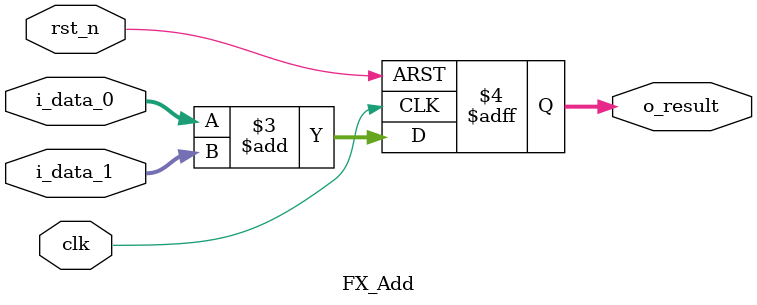
<source format=v>
`timescale 1ns / 1ps

module FX_Add
#(
	parameter DATA_WIDTH = 32
)
(
	input                       clk,         
	input                       rst_n,     
	input [DATA_WIDTH-1:0]      i_data_0,    
	input [DATA_WIDTH-1:0]      i_data_1,
	output reg [DATA_WIDTH-1:0] o_result 
);
	always @(posedge clk or negedge rst_n) begin
		if(!rst_n) begin
			o_result <= 0;
		end
		else begin
			o_result <= i_data_0 + i_data_1;
		end
	end
endmodule
</source>
